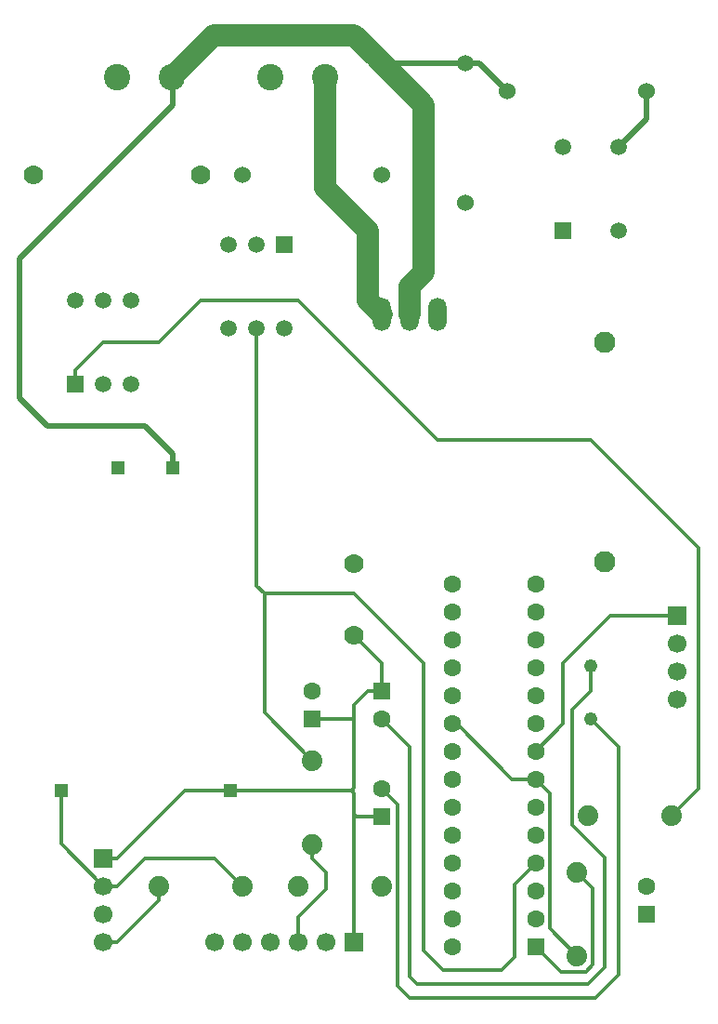
<source format=gbr>
G04 DipTrace 3.3.1.1*
G04 Bottom.gbr*
%MOIN*%
G04 #@! TF.FileFunction,Copper,L2,Bot*
G04 #@! TF.Part,Single*
G04 #@! TA.AperFunction,Conductor*
%ADD13C,0.012992*%
%ADD14C,0.07874*%
%ADD15C,0.019685*%
G04 #@! TA.AperFunction,ComponentPad*
%ADD16C,0.094488*%
%ADD18C,0.07*%
%ADD21C,0.076772*%
%ADD22C,0.062992*%
%ADD23R,0.062992X0.062992*%
%ADD24R,0.066929X0.066929*%
%ADD25C,0.066929*%
%ADD26C,0.07*%
%ADD27R,0.051496X0.051496*%
%ADD28C,0.06*%
%ADD29C,0.06*%
%ADD30C,0.074*%
%ADD32O,0.065X0.12*%
%ADD33R,0.059055X0.059055*%
%ADD34C,0.059055*%
%ADD35C,0.048*%
%FSLAX26Y26*%
G04*
G70*
G90*
G75*
G01*
G04 Bottom*
%LPD*%
X2301240Y1432940D2*
D13*
X2400000Y1531699D1*
Y1750000D1*
X2569060Y1919060D1*
X2807860D1*
X1650000Y1850000D2*
X1750000Y1750000D1*
Y1650000D1*
X1700000D1*
X1650000Y1600000D1*
Y1550000D1*
Y1301969D1*
X1640551Y1292520D1*
X1204724D1*
X1650000Y1550000D2*
X1500000D1*
X1640551Y1292520D2*
X1650000Y1283071D1*
Y1209449D1*
Y750000D1*
X1750000Y1200000D2*
X1659449D1*
X1650000Y1209449D1*
X750000Y1050000D2*
X800000D1*
X1042520Y1292520D1*
X1204724D1*
X2500000Y1550000D2*
X2600000Y1450000D1*
Y633087D1*
X2516913Y550000D1*
X1850000D1*
X1806488Y593512D1*
Y1243512D1*
X1750000Y1300000D1*
X2500000Y1740000D2*
Y1650000D1*
X2433311Y1583311D1*
Y1168807D1*
X2550000Y1052118D1*
Y661039D1*
X2488961Y600000D1*
X1875984D1*
X1850000Y625984D1*
Y1450000D1*
X1750000Y1550000D1*
X1500000Y1100000D2*
Y1050000D1*
X1550000Y1000000D1*
Y939283D1*
X1450000Y839283D1*
Y750000D1*
X1250000Y950000D2*
X1150000Y1050000D1*
X900000D1*
X800000Y950000D1*
X750000D1*
X2001240Y1532940D2*
X2005219Y1528961D1*
X2021039D1*
X2217060Y1332940D1*
X2301240D1*
X2352224Y1281955D1*
Y797776D1*
X2450000Y700000D1*
X598425Y1292520D2*
Y1101575D1*
X750000Y950000D1*
X2450000Y1000000D2*
X2506488Y943512D1*
Y669496D1*
X2480504Y643512D1*
X2390668D1*
X2301240Y732940D1*
X950000Y950000D2*
Y900000D1*
X800000Y750000D1*
X750000D1*
X996850Y3850000D2*
D14*
X1146850Y4000000D1*
X1650000D1*
X1725000Y3925000D1*
X1900000Y3750000D1*
Y3150000D1*
X1850000Y3100000D1*
Y3000000D1*
X2050000Y3900000D2*
D15*
X1725000D1*
Y3925000D1*
X2050000Y3900000D2*
X2100000D1*
X2200000Y3800000D1*
X1000000Y2450000D2*
Y2500000D1*
X900000Y2600000D1*
X550000D1*
X450000Y2700000D1*
Y3200000D1*
X1000000Y3750000D1*
Y3850000D1*
X996850D1*
X2700000Y3800000D2*
Y3700000D1*
X2600000Y3600000D1*
X1300000Y2950000D2*
D13*
Y2027524D1*
X1327524Y2000000D1*
X1650000D1*
X1900000Y1750000D1*
Y719752D1*
X1969752Y650000D1*
X2178791D1*
X2224272Y695480D1*
Y955971D1*
X2301240Y1032940D1*
X1327524Y2000000D2*
Y1572476D1*
X1500000Y1400000D1*
X2789801Y1201699D2*
X2886799Y1298698D1*
Y2163201D1*
X2500000Y2550000D1*
X1950000D1*
X1450000Y3050000D1*
X1100000D1*
X950000Y2900000D1*
X750000D1*
X650000Y2800000D1*
Y2750000D1*
X1546850Y3850000D2*
D14*
Y3453150D1*
X1700000Y3300000D1*
Y3050000D1*
X1750000Y3000000D1*
D16*
X800000Y3850000D3*
X996850D3*
X1350000D3*
X1546850D3*
D18*
X1650000Y1850000D3*
Y2105906D3*
D21*
X2550000Y2900000D3*
Y2112598D3*
D22*
X2700000Y950000D3*
D23*
Y850000D3*
D22*
X1500000Y1650000D3*
D23*
Y1550000D3*
D22*
X1750000Y1300000D3*
D23*
Y1200000D3*
D22*
Y1550000D3*
D23*
Y1650000D3*
D24*
X750000Y1050000D3*
D25*
Y950000D3*
Y850000D3*
Y750000D3*
D24*
X2807860Y1919060D3*
D25*
Y1819060D3*
Y1719060D3*
Y1619060D3*
D26*
X500000Y3500000D3*
D18*
X1100000D3*
D27*
X1000000Y2450000D3*
X803150D3*
X1204724Y1292520D3*
X598425D3*
D24*
X1650000Y750000D3*
D25*
X1550000D3*
X1450000D3*
X1350000D3*
X1250000D3*
X1150000D3*
D28*
X1750000Y3500000D3*
D29*
X1250000D3*
D30*
X2450000Y700000D3*
Y1000000D3*
X1450000Y950000D3*
X1750000D3*
X950000D3*
X1250000D3*
X2489801Y1201699D3*
X2789801D3*
D28*
X2700000Y3800000D3*
D29*
X2200000D3*
D28*
X2050000Y3900000D3*
D29*
Y3400000D3*
D30*
X1500000Y1100000D3*
Y1400000D3*
D23*
X2301240Y732940D3*
D22*
Y832940D3*
Y932940D3*
Y1032940D3*
Y1132940D3*
Y1232940D3*
Y1332940D3*
Y1432940D3*
Y1532940D3*
Y1632940D3*
Y1732940D3*
Y1832940D3*
Y1932940D3*
Y2032940D3*
X2001240D3*
Y1932940D3*
Y1832940D3*
Y1732940D3*
Y1632940D3*
Y1532940D3*
Y1432940D3*
Y1332940D3*
Y1232940D3*
Y1132940D3*
Y1032940D3*
Y932940D3*
Y832940D3*
Y732940D3*
D32*
X1750000Y3000000D3*
X1850000D3*
X1950000D3*
D33*
X650000Y2750000D3*
D34*
X750000D3*
X850000D3*
Y3050000D3*
X750000D3*
X650000D3*
D33*
X1400000Y3250000D3*
D34*
X1300000D3*
X1200000D3*
Y2950000D3*
X1300000D3*
X1400000D3*
D35*
X2500000Y1550000D3*
Y1740000D3*
D33*
X2400000Y3300000D3*
D34*
X2600000D3*
Y3600000D3*
X2400000D3*
M02*

</source>
